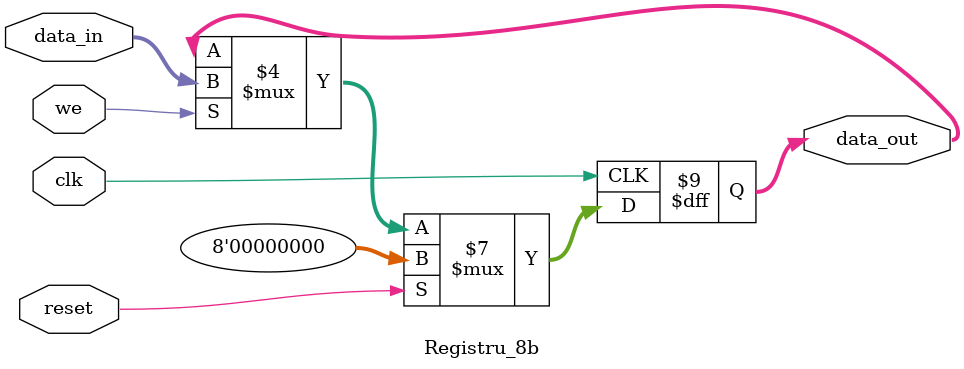
<source format=v>
`timescale 1ns / 1ps
module Registru_8b(
        input clk,
        input reset, //activ pe "1"
        input we,
        input [7:0] data_in,
        output reg [7:0] data_out
    );
    
always @(posedge clk) begin
    if(reset==1) begin
        data_out<=0;
    end
    else begin
        if(we==1) begin
            data_out<=data_in;
        end
    end
//        else begin
//            data_out<=data_out;
//        end
end
endmodule

</source>
